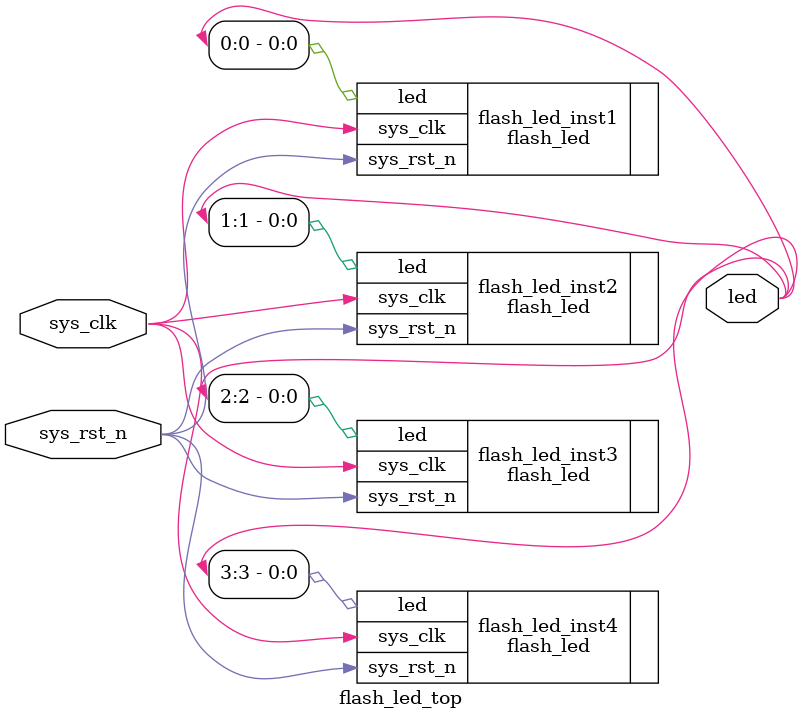
<source format=v>
module flash_led_top (
    input sys_clk,
    input sys_rst_n,

    output [3:0] led
);
    flash_led flash_led_inst1 (
        .sys_clk (sys_clk),
        .sys_rst_n (sys_rst_n),
        .led (led[0])
    );

    flash_led flash_led_inst2 (
        .sys_clk (sys_clk),
        .sys_rst_n (sys_rst_n),
        .led (led[1])
    );

    flash_led flash_led_inst3 (
        .sys_clk (sys_clk),
        .sys_rst_n (sys_rst_n),
        .led (led[2])
    );

    flash_led flash_led_inst4 (
        .sys_clk (sys_clk),
        .sys_rst_n (sys_rst_n),
        .led (led[3])
    );
endmodule
</source>
